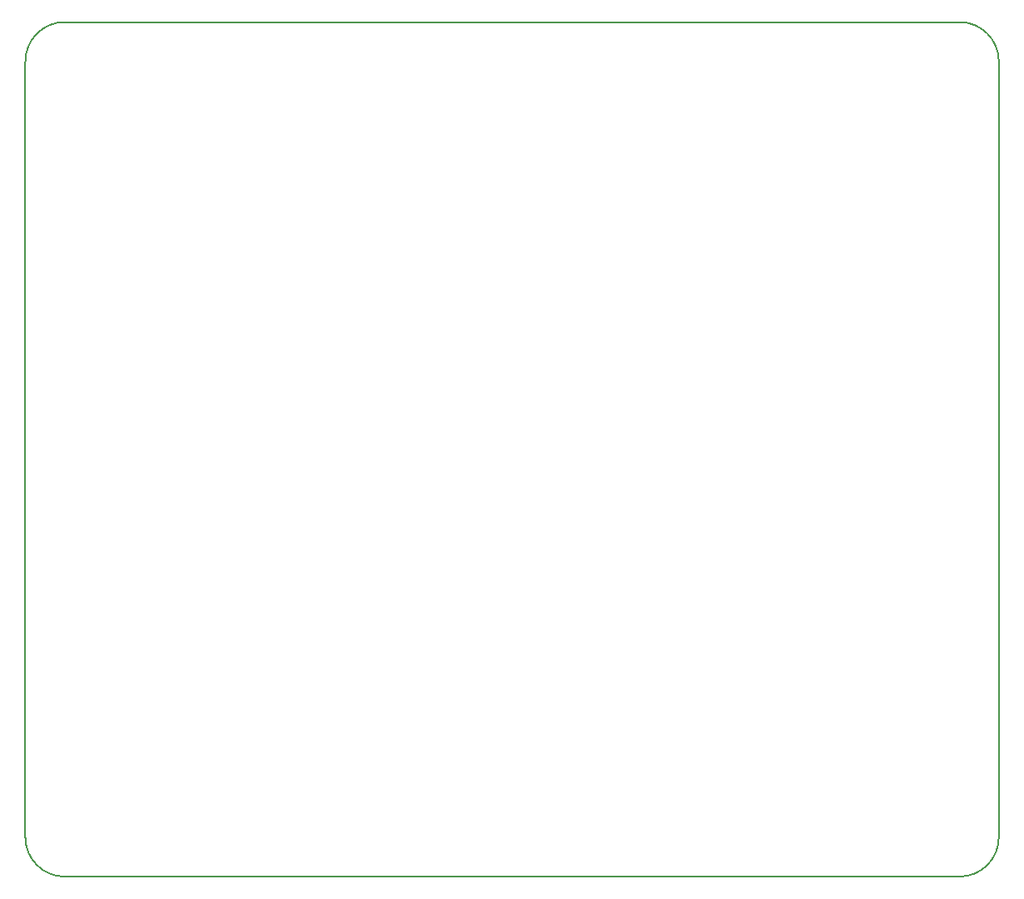
<source format=gbr>
G04 #@! TF.GenerationSoftware,KiCad,Pcbnew,(5.0.2)-1*
G04 #@! TF.CreationDate,2019-03-10T17:56:26+01:00*
G04 #@! TF.ProjectId,SnackBus_PSU,536e6163-6b42-4757-935f-5053552e6b69,rev?*
G04 #@! TF.SameCoordinates,Original*
G04 #@! TF.FileFunction,Profile,NP*
%FSLAX46Y46*%
G04 Gerber Fmt 4.6, Leading zero omitted, Abs format (unit mm)*
G04 Created by KiCad (PCBNEW (5.0.2)-1) date 10-3-2019 17:56:26*
%MOMM*%
%LPD*%
G01*
G04 APERTURE LIST*
%ADD10C,0.150000*%
%ADD11C,0.200000*%
G04 APERTURE END LIST*
D10*
X4000000Y-87000000D02*
G75*
G02X0Y-83000000I0J4000000D01*
G01*
X99000000Y-83000000D02*
G75*
G02X95000000Y-87000000I-4000000J0D01*
G01*
X95000000Y0D02*
G75*
G02X99000000Y-4000000I0J-4000000D01*
G01*
X0Y-4000000D02*
G75*
G02X4000000Y0I4000000J0D01*
G01*
D11*
X0Y-83000000D02*
X0Y-4000000D01*
X95000000Y-87000000D02*
X4000000Y-87000000D01*
X99000000Y-4000000D02*
X99000000Y-83000000D01*
X4000000Y0D02*
X95000000Y0D01*
M02*

</source>
